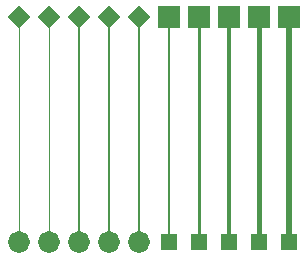
<source format=gbr>
G04 EAGLE Gerber RS-274X export*
G75*
%MOMM*%
%FSLAX34Y34*%
%LPD*%
%INTop Copper*%
%IPPOS*%
%AMOC8*
5,1,8,0,0,1.08239X$1,22.5*%
G01*
%ADD10P,1.924489X8X0*%
%ADD11C,0.076200*%
%ADD12C,0.101600*%
%ADD13C,0.127000*%
%ADD14C,0.152400*%
%ADD15C,0.177800*%
%ADD16C,0.203200*%
%ADD17C,0.254000*%
%ADD18C,0.304800*%
%ADD19C,0.406400*%
%ADD20C,0.508000*%
%ADD21P,1.924489X4X0*%
%ADD22P,1.924489X8X112.5*%
%ADD23P,1.924489X4X45*%
%ADD24R,1.924489X1.924489*%


D10*
X25400Y25400D03*
X50800Y25400D03*
X76200Y25400D03*
X101600Y25400D03*
X127000Y25400D03*
D23*
X152400Y25400D03*
X177800Y25400D03*
X203200Y25400D03*
X228600Y25400D03*
X254000Y25400D03*
D11*
X25400Y215900D02*
X25400Y25400D01*
D12*
X50800Y25400D02*
X50800Y215900D01*
D13*
X76200Y215900D02*
X76200Y25400D01*
D14*
X101600Y25400D02*
X101600Y215900D01*
D15*
X127000Y215900D02*
X127000Y25400D01*
D16*
X152400Y25400D02*
X152400Y215900D01*
D17*
X177800Y215900D02*
X177800Y25400D01*
D18*
X203200Y25400D02*
X203200Y215900D01*
D19*
X228600Y215900D02*
X228600Y25400D01*
D20*
X254000Y25400D02*
X254000Y215900D01*
D21*
X25400Y215900D03*
X50800Y215900D03*
X76200Y215900D03*
X101600Y215900D03*
X127000Y215900D03*
D24*
X152400Y215900D03*
X177800Y215900D03*
X203200Y215900D03*
X228600Y215900D03*
X254000Y215900D03*
M02*

</source>
